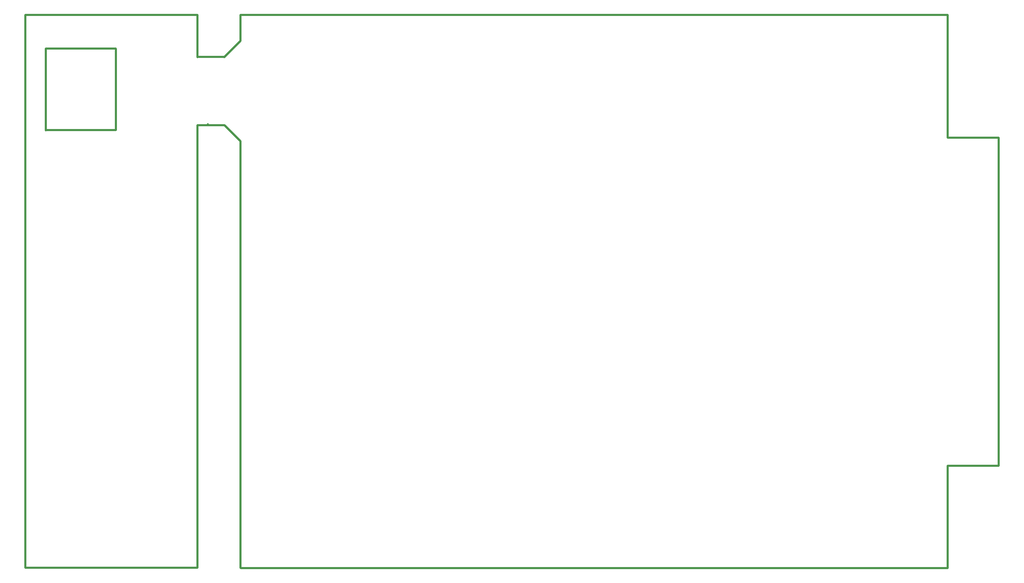
<source format=gko>
%FSLAX43Y43*%
%MOMM*%
G71*
G01*
G75*
%ADD10C,0.300*%
%ADD11R,1.600X1.800*%
%ADD12R,1.800X1.600*%
%ADD13R,1.550X0.600*%
%ADD14C,0.250*%
%ADD15R,1.600X1.000*%
%ADD16R,4.000X3.000*%
%ADD17R,3.000X1.500*%
%ADD18R,9.300X12.200*%
%ADD19O,10.000X1.200*%
%ADD20R,7.100X5.500*%
%ADD21R,5.400X5.500*%
%ADD22R,1.450X0.550*%
%ADD23R,1.450X0.550*%
%ADD24R,2.700X2.500*%
%ADD25C,0.075*%
%ADD26C,0.063*%
%ADD27R,3.500X8.000*%
%ADD28R,6.000X6.000*%
%ADD29R,3.000X4.000*%
%ADD30R,2.200X0.600*%
%ADD31R,2.200X0.600*%
%ADD32R,0.850X1.300*%
%ADD33R,1.300X0.850*%
%ADD34R,0.600X2.200*%
%ADD35R,0.600X2.200*%
%ADD36R,1.700X0.600*%
%ADD37R,1.700X0.600*%
%ADD38R,1.550X0.600*%
%ADD39R,1.000X1.600*%
%ADD40R,5.500X7.100*%
%ADD41R,0.550X1.450*%
%ADD42R,0.550X1.450*%
%ADD43C,0.500*%
%ADD44C,0.600*%
%ADD45C,0.400*%
%ADD46C,1.000*%
%ADD47C,0.700*%
%ADD48C,0.800*%
%ADD49C,2.500*%
%ADD50C,1.500*%
%ADD51R,1.500X1.500*%
%ADD52C,2.000*%
%ADD53R,1.400X1.400*%
%ADD54C,1.400*%
%ADD55C,1.300*%
%ADD56C,5.000*%
%ADD57C,6.000*%
%ADD58C,4.000*%
%ADD59R,1.600X1.600*%
%ADD60C,1.600*%
%ADD61O,2.000X1.000*%
%ADD62R,2.000X1.000*%
%ADD63C,1.690*%
%ADD64R,1.690X1.690*%
%ADD65C,5.500*%
%ADD66C,3.000*%
%ADD67C,1.100*%
%ADD68R,17.250X16.100*%
%ADD69R,1.803X2.003*%
%ADD70R,2.003X1.803*%
%ADD71R,1.753X0.803*%
%ADD72R,1.803X1.203*%
%ADD73R,4.203X3.203*%
%ADD74R,3.203X1.703*%
%ADD75R,10.300X13.200*%
%ADD76O,10.203X1.403*%
%ADD77R,7.303X5.703*%
%ADD78R,5.603X5.703*%
%ADD79R,1.653X0.753*%
%ADD80R,1.653X0.753*%
%ADD81R,2.903X2.703*%
%ADD82R,3.703X8.203*%
%ADD83R,6.203X6.203*%
%ADD84R,3.203X4.203*%
%ADD85R,2.403X0.803*%
%ADD86R,2.403X0.803*%
%ADD87R,1.053X1.503*%
%ADD88R,1.503X1.053*%
%ADD89R,0.803X2.403*%
%ADD90R,0.803X2.403*%
%ADD91R,1.903X0.803*%
%ADD92R,1.903X0.803*%
%ADD93R,1.753X0.803*%
%ADD94R,1.203X1.803*%
%ADD95R,5.703X7.303*%
%ADD96R,0.753X1.653*%
%ADD97R,0.753X1.653*%
%ADD98C,2.703*%
%ADD99C,1.703*%
%ADD100R,1.703X1.703*%
%ADD101C,2.203*%
%ADD102R,1.603X1.603*%
%ADD103C,1.603*%
%ADD104C,1.503*%
%ADD105C,5.203*%
%ADD106C,6.203*%
%ADD107C,4.203*%
%ADD108R,1.803X1.803*%
%ADD109C,1.803*%
%ADD110O,2.203X1.203*%
%ADD111R,2.203X1.203*%
%ADD112C,1.893*%
%ADD113R,1.893X1.893*%
%ADD114C,5.703*%
%ADD115C,3.203*%
%ADD116C,1.303*%
D10*
X7500Y106850D02*
X24600D01*
X24600Y106850D02*
Y116900D01*
X7500Y126850D02*
X24600D01*
X24600Y116850D02*
Y126850D01*
D43*
X239950Y105000D02*
X240000Y105050D01*
X227550Y105000D02*
X239950D01*
X227500Y105050D02*
X227550Y105000D01*
X227500Y105050D02*
Y135000D01*
Y24900D02*
X239950D01*
X227500Y-50D02*
Y24800D01*
X55000Y50D02*
X55100Y-50D01*
X227500D01*
X55000Y135000D02*
X227400D01*
X240000Y25000D02*
Y105000D01*
X7500Y106850D02*
X24600D01*
X24600Y106850D01*
Y126700D01*
X24500Y126800D02*
X24600Y126700D01*
X7450Y126800D02*
X24500D01*
X7450D02*
X7500Y126750D01*
Y106800D02*
Y126750D01*
X2500Y0D02*
Y135000D01*
X44500D01*
Y0D02*
Y108000D01*
X2500Y0D02*
X44500D01*
X55000Y128650D02*
Y135000D01*
X51000Y124650D02*
X55000Y128650D01*
X44500Y124750D02*
X51000D01*
X44500Y124650D02*
Y135000D01*
X47000Y108150D02*
Y108300D01*
X44500Y108050D02*
X50900D01*
X51050Y108100D02*
X55000Y104200D01*
Y0D02*
Y104200D01*
M02*

</source>
